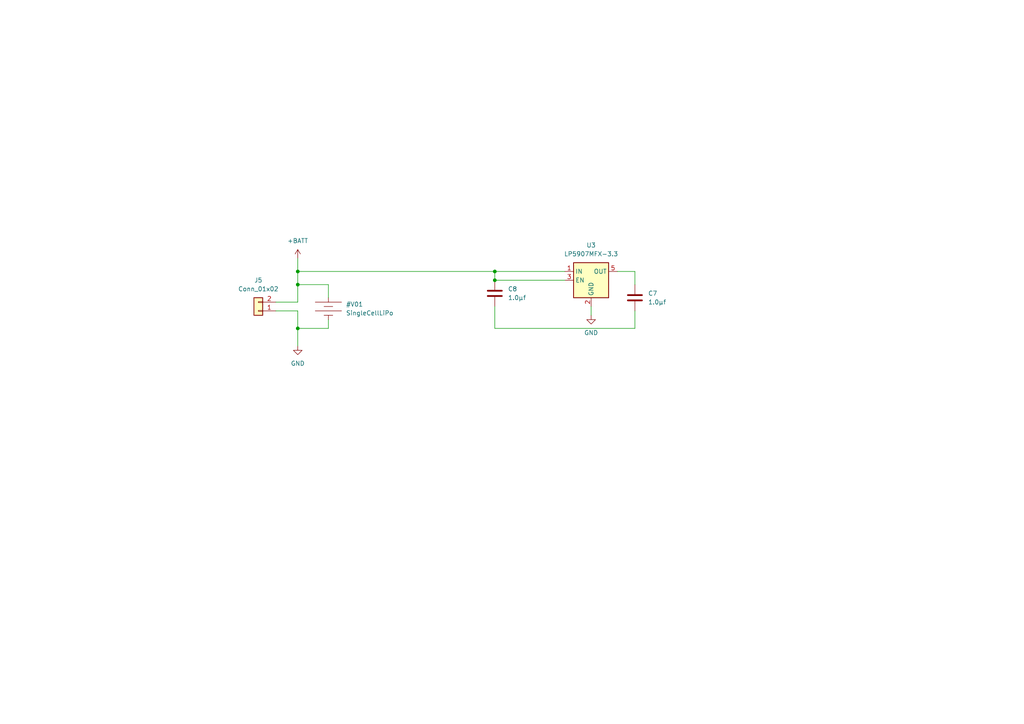
<source format=kicad_sch>
(kicad_sch (version 20230121) (generator eeschema)
  (paper "A4")
  (lib_symbols
    (symbol "Connector_Generic:Conn_01x02" (pin_names (offset 1.016) hide)
      (property "Reference" "J" (at 0 2.54 0))
      (property "Value" "Conn_01x02" (at 0 -5.08 0))
      (symbol "Conn_01x02_1_1"
        (rectangle (start -1.27 -2.413) (end 0 -2.667) (stroke (width 0.1524)))
        (rectangle (start -1.27 0.127) (end 0 -0.127) (stroke (width 0.1524)))
        (rectangle (start -1.27 1.27) (end 1.27 -3.81) (stroke (width 0.254)) (fill (type background)))
        (pin passive line (at -5.08 0 0) (length 3.81) (name "Pin_1") (number "1"))
        (pin passive line (at -5.08 -2.54 0) (length 3.81) (name "Pin_2") (number "2"))
      )
    )
    (symbol "Device:C" (pin_numbers hide) (pin_names (offset 0.254))
      (property "Reference" "C" (at 0.635 2.54 0))
      (property "Value" "C" (at 0.635 -2.54 0))
      (symbol "C_0_1"
        (polyline (pts (xy -2.032 -0.762) (xy 2.032 -0.762)) (stroke (width 0.508)))
        (polyline (pts (xy -2.032 0.762) (xy 2.032 0.762)) (stroke (width 0.508)))
      )
      (symbol "C_1_1"
        (pin passive line (at 0 3.81 270) (length 2.794) (name "~") (number "1"))
        (pin passive line (at 0 -3.81 90) (length 2.794) (name "~") (number "2"))
      )
    )
    (symbol "Regulator_Linear:LP5907MFX-3.3"
      (property "Reference" "U" (at -3.81 6.35 0))
      (property "Value" "LP5907MFX-3.3" (at 6.35 6.35 0))
      (symbol "LP5907MFX-3.3_0_1"
        (rectangle (start -5.08 -5.08) (end 5.08 5.08) (stroke (width 0.254)) (fill (type background)))
        (pin power_in line (at -7.62 2.54 0) (length 2.54) (name "IN") (number "1"))
        (pin power_in line (at 0 -7.62 90) (length 2.54) (name "GND") (number "2"))
        (pin input line (at -7.62 0 0) (length 2.54) (name "EN") (number "3"))
        (pin no_connect line (at 5.08 0 180) (length 2.54) hide (name "NC") (number "4"))
        (pin power_out line (at 7.62 2.54 180) (length 2.54) (name "OUT") (number "5"))
      )
    )
    (symbol "minimouse:SingleCellLiPo" (power) (pin_numbers hide) (pin_names hide) (in_bom no) (on_board no)
      (property "Reference" "V" (at 1.8796 0.3048 0))
      (property "Value" "SingleCellLiPo" (at -11.43 1.27 0))
      (symbol "SingleCellLiPo_0_1"
        (polyline (pts (xy -3.81 0) (xy 3.81 0)))
        (polyline (pts (xy -3.81 2.54) (xy 3.81 2.54)))
        (polyline (pts (xy -1.27 -1.27) (xy 1.27 -1.27)))
        (polyline (pts (xy -1.27 1.27) (xy 1.27 1.27)))
      )
      (symbol "SingleCellLiPo_1_1"
        (pin power_out line (at 0 -2.54 90) (length 1.27) (name "+") (number ""))
        (pin power_out line (at 0 3.81 270) (length 1.27) (name "+") (number ""))
      )
    )
    (symbol "power:+BATT" (power) (pin_names (offset 0))
      (property "Value" "+BATT" (at 0 3.556 0))
      (symbol "+BATT_0_1"
        (polyline (pts (xy -0.762 1.27) (xy 0 2.54)))
        (polyline (pts (xy 0 0) (xy 0 2.54)))
        (polyline (pts (xy 0 2.54) (xy 0.762 1.27)))
      )
      (symbol "+BATT_1_1"
        (pin power_in line (at 0 0 90) (length 0) hide (name "+BATT") (number "1"))
      )
    )
    (symbol "power:GND" (power) (pin_names (offset 0))
      (property "Value" "GND" (at 0 -3.81 0))
      (symbol "GND_0_1"
        (polyline (pts (xy 0 0) (xy 0 -1.27) (xy 1.27 -1.27) (xy 0 -2.54) (xy -1.27 -1.27) (xy 0 -1.27)))
      )
      (symbol "GND_1_1"
        (pin power_in line (at 0 0 270) (length 0) hide (name "GND") (number "1"))
      )
    )
  )
  (junction (at 86.36 82.55))
  (junction (at 86.36 78.74))
  (junction (at 143.51 78.74))
  (junction (at 86.36 95.25))
  (junction (at 143.51 81.28))
  (wire (pts (xy 86.36 90.17) (xy 86.36 95.25)))
  (wire (pts (xy 143.51 78.74) (xy 143.51 81.28)))
  (wire (pts (xy 86.36 78.74) (xy 143.51 78.74)))
  (wire (pts (xy 95.25 82.55) (xy 86.36 82.55)))
  (wire (pts (xy 95.25 86.36) (xy 95.25 82.55)))
  (wire (pts (xy 184.15 78.74) (xy 184.15 82.55)))
  (wire (pts (xy 179.07 78.74) (xy 184.15 78.74)))
  (wire (pts (xy 143.51 78.74) (xy 163.83 78.74)))
  (wire (pts (xy 143.51 88.9) (xy 143.51 95.25)))
  (wire (pts (xy 95.25 92.71) (xy 95.25 95.25)))
  (wire (pts (xy 80.01 87.63) (xy 86.36 87.63)))
  (wire (pts (xy 143.51 95.25) (xy 184.15 95.25)))
  (wire (pts (xy 86.36 95.25) (xy 86.36 100.33)))
  (wire (pts (xy 95.25 95.25) (xy 86.36 95.25)))
  (wire (pts (xy 86.36 78.74) (xy 86.36 82.55)))
  (wire (pts (xy 86.36 82.55) (xy 86.36 87.63)))
  (wire (pts (xy 171.45 88.9) (xy 171.45 91.44)))
  (wire (pts (xy 184.15 90.17) (xy 184.15 95.25)))
  (wire (pts (xy 86.36 78.74) (xy 86.36 74.93)))
  (wire (pts (xy 80.01 90.17) (xy 86.36 90.17)))
  (wire (pts (xy 143.51 81.28) (xy 163.83 81.28)))
  (symbol (lib_id "Device:C") (at 184.15 86.36 0) (unit 1)
    (property "Reference" "C7" (at 187.96 85.09 0) (effects (justify left)))
    (property "Value" "1.0µf" (at 187.96 87.63 0) (effects (justify left)))
  )
  (symbol (lib_id "power:+BATT") (at 86.36 74.93 0) (unit 1)
    (property "Reference" "#PWR036" (effects hide))
    (property "Value" "+BATT" (at 86.36 69.85 0))
  )
  (symbol (lib_id "minimouse:SingleCellLiPo") (at 95.25 90.17 0) (unit 1) (in_bom no) (on_board no)
    (property "Reference" "#V01" (at 100.33 88.265 0) (effects (justify left)))
    (property "Value" "SingleCellLiPo" (at 100.33 90.805 0) (effects (justify left)))
  )
  (symbol (lib_id "power:GND") (at 171.45 91.44 0) (unit 1)
    (property "Reference" "#PWR010" (effects hide))
    (property "Value" "GND" (at 171.45 96.52 0))
  )
  (symbol (lib_id "Regulator_Linear:LP5907MFX-3.3") (at 171.45 81.28 0) (unit 1)
    (property "Reference" "U3" (at 171.45 71.12 0))
    (property "Value" "LP5907MFX-3.3" (at 171.45 73.66 0))
    (property "Footprint" "Package_TO_SOT_SMD:SOT-23-5" (effects hide))
    (property "Datasheet" "http://www.ti.com/lit/ds/symlink/lp5907.pdf" (effects hide))
  )
  (symbol (lib_id "Device:C") (at 143.51 85.09 0) (unit 1)
    (property "Reference" "C8" (at 147.32 83.82 0) (effects (justify left)))
    (property "Value" "1.0µf" (at 147.32 86.36 0) (effects (justify left)))
  )
  (symbol (lib_id "Connector_Generic:Conn_01x02") (at 74.93 90.17 180) (unit 1)
    (property "Reference" "J5" (at 74.93 81.28 0))
    (property "Value" "Conn_01x02" (at 74.93 83.82 0))
    (property "Footprint" "Connector_PinHeader_2.54mm:PinHeader_1x02_P2.54mm_Vertical" (effects hide))
  )
  (symbol (lib_id "power:GND") (at 86.36 100.33 0) (unit 1)
    (property "Reference" "#PWR037" (effects hide))
    (property "Value" "GND" (at 86.36 105.41 0))
  )
)
</source>
